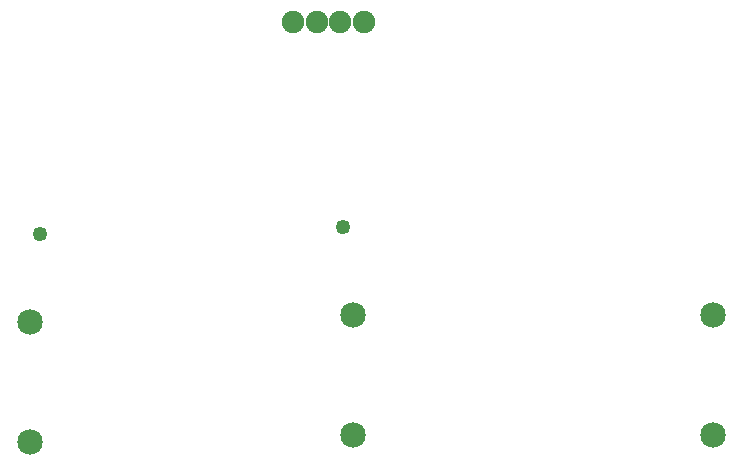
<source format=gbs>
G04 MADE WITH FRITZING*
G04 WWW.FRITZING.ORG*
G04 DOUBLE SIDED*
G04 HOLES PLATED*
G04 CONTOUR ON CENTER OF CONTOUR VECTOR*
%ASAXBY*%
%FSLAX23Y23*%
%MOIN*%
%OFA0B0*%
%SFA1.0B1.0*%
%ADD10C,0.049370*%
%ADD11C,0.075000*%
%ADD12C,0.085000*%
%LNMASK0*%
G90*
G70*
G54D10*
X703Y819D03*
X1711Y843D03*
G54D11*
X1545Y1526D03*
X1624Y1526D03*
X1702Y1526D03*
X1781Y1526D03*
G54D12*
X670Y526D03*
X670Y126D03*
X1745Y551D03*
X1745Y151D03*
X2945Y551D03*
X2945Y151D03*
G04 End of Mask0*
M02*
</source>
